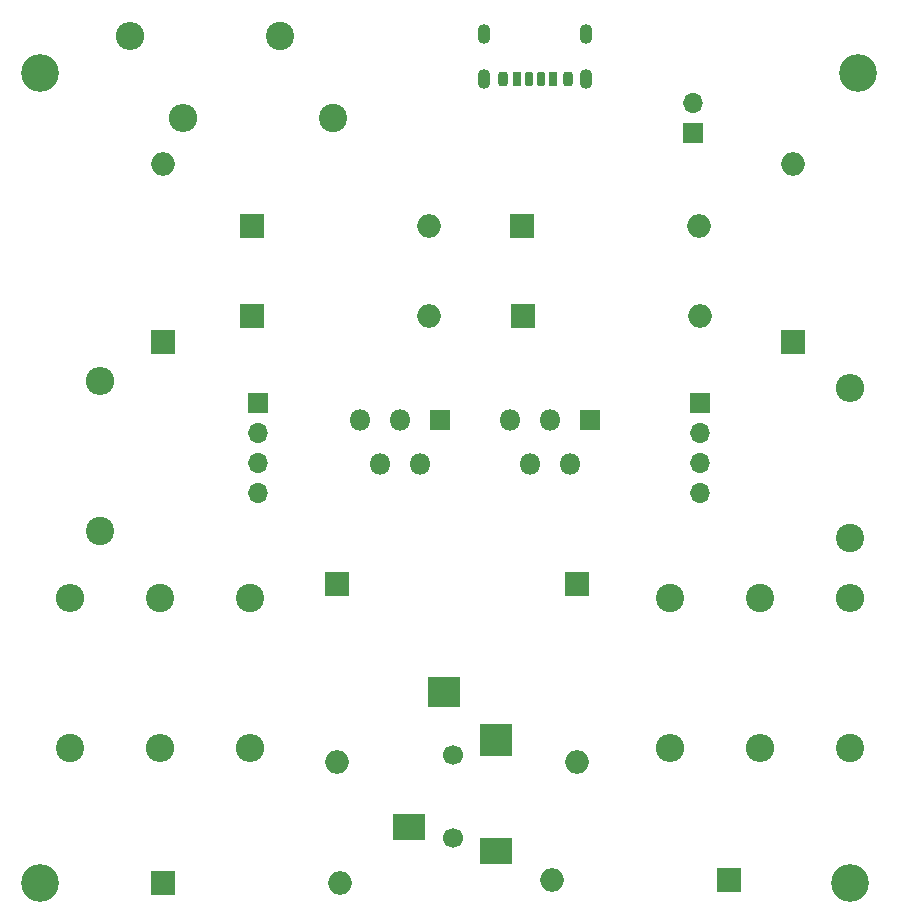
<source format=gbr>
%TF.GenerationSoftware,KiCad,Pcbnew,7.0.11-2.fc39*%
%TF.CreationDate,2024-04-27T19:47:06+02:00*%
%TF.ProjectId,tda2050-devboard,74646132-3035-4302-9d64-6576626f6172,rev?*%
%TF.SameCoordinates,Original*%
%TF.FileFunction,Soldermask,Top*%
%TF.FilePolarity,Negative*%
%FSLAX46Y46*%
G04 Gerber Fmt 4.6, Leading zero omitted, Abs format (unit mm)*
G04 Created by KiCad (PCBNEW 7.0.11-2.fc39) date 2024-04-27 19:47:06*
%MOMM*%
%LPD*%
G01*
G04 APERTURE LIST*
G04 Aperture macros list*
%AMRoundRect*
0 Rectangle with rounded corners*
0 $1 Rounding radius*
0 $2 $3 $4 $5 $6 $7 $8 $9 X,Y pos of 4 corners*
0 Add a 4 corners polygon primitive as box body*
4,1,4,$2,$3,$4,$5,$6,$7,$8,$9,$2,$3,0*
0 Add four circle primitives for the rounded corners*
1,1,$1+$1,$2,$3*
1,1,$1+$1,$4,$5*
1,1,$1+$1,$6,$7*
1,1,$1+$1,$8,$9*
0 Add four rect primitives between the rounded corners*
20,1,$1+$1,$2,$3,$4,$5,0*
20,1,$1+$1,$4,$5,$6,$7,0*
20,1,$1+$1,$6,$7,$8,$9,0*
20,1,$1+$1,$8,$9,$2,$3,0*%
G04 Aperture macros list end*
%ADD10RoundRect,0.175000X0.175000X0.425000X-0.175000X0.425000X-0.175000X-0.425000X0.175000X-0.425000X0*%
%ADD11RoundRect,0.190000X-0.190000X-0.410000X0.190000X-0.410000X0.190000X0.410000X-0.190000X0.410000X0*%
%ADD12RoundRect,0.200000X-0.200000X-0.400000X0.200000X-0.400000X0.200000X0.400000X-0.200000X0.400000X0*%
%ADD13RoundRect,0.175000X-0.175000X-0.425000X0.175000X-0.425000X0.175000X0.425000X-0.175000X0.425000X0*%
%ADD14RoundRect,0.190000X0.190000X0.410000X-0.190000X0.410000X-0.190000X-0.410000X0.190000X-0.410000X0*%
%ADD15RoundRect,0.200000X0.200000X0.400000X-0.200000X0.400000X-0.200000X-0.400000X0.200000X-0.400000X0*%
%ADD16O,1.100000X1.700000*%
%ADD17C,3.200000*%
%ADD18O,1.800000X1.800000*%
%ADD19R,1.800000X1.800000*%
%ADD20C,2.400000*%
%ADD21O,2.400000X2.400000*%
%ADD22C,1.700000*%
%ADD23R,2.800000X2.200000*%
%ADD24R,2.800000X2.800000*%
%ADD25R,2.800000X2.600000*%
%ADD26R,1.700000X1.700000*%
%ADD27O,1.700000X1.700000*%
%ADD28O,2.000000X2.000000*%
%ADD29R,2.000000X2.000000*%
G04 APERTURE END LIST*
D10*
%TO.C,J5*%
X158615000Y-65945000D03*
D11*
X156595000Y-65945000D03*
D12*
X155365000Y-65945000D03*
D13*
X157615000Y-65945000D03*
D14*
X159635000Y-65945000D03*
D15*
X160865000Y-65945000D03*
D16*
X162435000Y-65865000D03*
X162435000Y-62065000D03*
X153795000Y-65865000D03*
X153795000Y-62065000D03*
%TD*%
D17*
%TO.C,H4*%
X184785000Y-133985000D03*
%TD*%
%TO.C,H3*%
X185420000Y-65405000D03*
%TD*%
%TO.C,H2*%
X116205000Y-65405000D03*
%TD*%
%TO.C,H1*%
X116205000Y-133985000D03*
%TD*%
D18*
%TO.C,U2*%
X155985000Y-94775000D03*
X157685000Y-98475000D03*
X159385000Y-94775000D03*
X161085000Y-98475000D03*
D19*
X162785000Y-94775000D03*
%TD*%
D18*
%TO.C,U1*%
X143285000Y-94775000D03*
X144985000Y-98475000D03*
X146685000Y-94775000D03*
X148385000Y-98475000D03*
D19*
X150085000Y-94775000D03*
%TD*%
D20*
%TO.C,R10-22k*%
X140970000Y-69215000D03*
D21*
X128270000Y-69215000D03*
%TD*%
D20*
%TO.C,R9-22k*%
X136525000Y-62230000D03*
D21*
X123825000Y-62230000D03*
%TD*%
D20*
%TO.C,R8-2.2*%
X184785000Y-104775000D03*
D21*
X184785000Y-92075000D03*
%TD*%
%TO.C,R7-22k*%
X184785000Y-109855000D03*
D20*
X184785000Y-122555000D03*
%TD*%
D21*
%TO.C,R6-680*%
X177165000Y-122555000D03*
D20*
X177165000Y-109855000D03*
%TD*%
D21*
%TO.C,R5-22k*%
X169545000Y-122555000D03*
D20*
X169545000Y-109855000D03*
%TD*%
%TO.C,R4-22k*%
X133985000Y-109855000D03*
D21*
X133985000Y-122555000D03*
%TD*%
D20*
%TO.C,R3-680*%
X126365000Y-109855000D03*
D21*
X126365000Y-122555000D03*
%TD*%
%TO.C,R2-22k*%
X118745000Y-109855000D03*
D20*
X118745000Y-122555000D03*
%TD*%
%TO.C,R1-2.2*%
X121285000Y-104140000D03*
D21*
X121285000Y-91440000D03*
%TD*%
D22*
%TO.C,J4*%
X151130000Y-130135000D03*
X151130000Y-123135000D03*
D23*
X147430000Y-129235000D03*
X154830000Y-131235000D03*
D24*
X154830000Y-121835000D03*
D25*
X150380000Y-117835000D03*
%TD*%
D26*
%TO.C,J3*%
X172085000Y-93345000D03*
D27*
X172085000Y-95885000D03*
X172085000Y-98425000D03*
X172085000Y-100965000D03*
%TD*%
%TO.C,J2*%
X171450000Y-67945000D03*
D26*
X171450000Y-70485000D03*
%TD*%
%TO.C,J1*%
X134620000Y-93345000D03*
D27*
X134620000Y-95885000D03*
X134620000Y-98425000D03*
X134620000Y-100965000D03*
%TD*%
D28*
%TO.C,C14-0.47u*%
X179947500Y-73145000D03*
D29*
X179947500Y-88145000D03*
%TD*%
D28*
%TO.C,C9-22u*%
X159505000Y-133742500D03*
D29*
X174505000Y-133742500D03*
%TD*%
%TO.C,C8-100n*%
X134105000Y-85967500D03*
D28*
X149105000Y-85967500D03*
%TD*%
%TO.C,C7-0.47u*%
X126607500Y-73145000D03*
D29*
X126607500Y-88145000D03*
%TD*%
%TO.C,C6-1u*%
X161682500Y-108705000D03*
D28*
X161682500Y-123705000D03*
%TD*%
D29*
%TO.C,C5-220u*%
X134105000Y-78347500D03*
D28*
X149105000Y-78347500D03*
%TD*%
%TO.C,C4-22u*%
X141605000Y-133985000D03*
D29*
X126605000Y-133985000D03*
%TD*%
D28*
%TO.C,C3-1u*%
X141362500Y-123705000D03*
D29*
X141362500Y-108705000D03*
%TD*%
%TO.C,C2-100n*%
X156965000Y-78347500D03*
D28*
X171965000Y-78347500D03*
%TD*%
%TO.C,C1-220u*%
X172085000Y-85967500D03*
D29*
X157085000Y-85967500D03*
%TD*%
M02*

</source>
